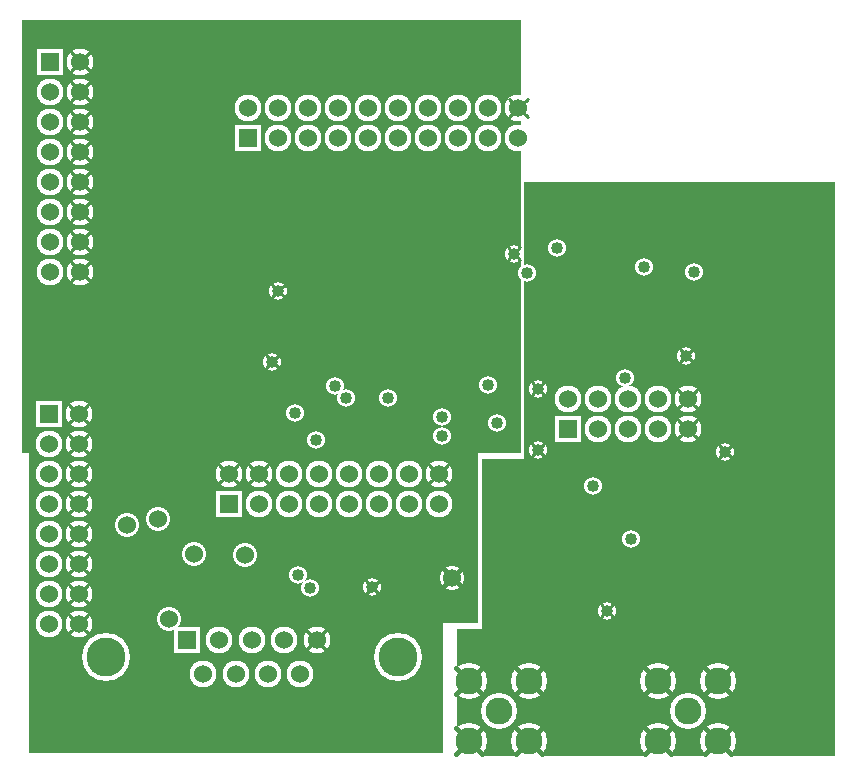
<source format=gbr>
G04 Title: RX Daughterboard, layergroup #3 *
G04 Creator: pcb-bin 1.99p *
G04 CreationDate: Thu Dec 30 23:48:06 2004 UTC *
G04 For: matt *
G04 Format: Gerber/RS-274X *
G04 PCB-Dimensions: 275000 250000 *
G04 PCB-Coordinate-Origin: lower left *
%MOIN*%
%FSLAX24Y24*%
G04 contains layers GND-sldr (1) *
%IPPOS*%
%ADD11C,0.0100*%
%ADD12C,0.0300*%
%ADD13R,0.0600X0.0600*%
%ADD14R,0.0660X0.0660*%
%ADD15R,0.0900X0.0900X0.0600X0.0600*%
%ADD16R,0.0900X0.0900*%
%ADD17C,0.0600*%
%ADD18C,0.0660*%
%ADD19C,0.0900X0.0600*%
%ADD20C,0.0900*%
%ADD21C,0.0125*%
%AMTHERM1*7,0,0,0.0900,0.0600,0.0125,45*%
%ADD22THERM1*%
%ADD23C,0.1300*%
%ADD24C,0.1360*%
%ADD25C,0.1600X0.1300*%
%ADD26C,0.1600*%
%ADD27C,0.0150*%
%ADD28C,0.0250*%
%ADD29C,0.0080*%
%AMTHERM2*7,0,0,0.0900,0.0600,0.0100,45*%
%ADD30THERM2*%
%ADD31C,0.0200*%
%ADD32R,0.0240X0.0240*%
%ADD33R,0.0440X0.0440*%
%ADD34R,0.0300X0.0300*%
%ADD35C,0.0060*%
%ADD36C,0.0160*%
%ADD37C,0.0460*%
%ADD38C,0.0220*%
%ADD39R,0.0160X0.0160*%
%ADD40R,0.0460X0.0460*%
%ADD41R,0.0220X0.0220*%
%ADD42C,0.0500*%
%ADD43R,0.0200X0.0200*%
%ADD44R,0.0500X0.0500*%
%ADD45R,0.0540X0.0540*%
%ADD46R,0.0650X0.0650*%
%ADD47R,0.0950X0.0950*%
%ADD48C,0.1200X0.0900*%
%ADD49C,0.1200*%
%AMTHERM3*7,0,0,0.1200,0.0900,0.0150,45*%
%ADD50THERM3*%
%ADD51C,0.0720*%
%ADD52C,0.0920X0.0720*%
%ADD53C,0.0920*%
%ADD54C,0.0240*%
%ADD55C,0.0340*%
%ADD56C,0.0119*%
%ADD57C,0.1320*%
%ADD58C,0.1100*%
%ADD59C,0.1520*%
%ADD60C,0.1520X0.1320*%
%ADD61C,0.0400*%
%ADD62C,0.0600X0.0400*%
%AMTHERM4*7,0,0,0.0600,0.0400,0.0100,45*%
%ADD63THERM4*%
%ADD64C,0.0800*%
%ADD65C,0.0800X0.0600*%
%AMTHERM5*7,0,0,0.0800,0.0600,0.0160,45*%
%ADD66THERM5*%
%LNGROUP_2*%
%LPD*%
G01X0Y0D02*
G54D11*G36*
X16900Y350D02*X27250D01*
Y19500D01*
X16900D01*
Y350D01*
G37*
G36*
X400Y4800D02*X15350D01*
Y10450D01*
X400D01*
Y4800D01*
G37*
G36*
X14650Y350D02*X15900D01*
Y4600D01*
X14650D01*
Y350D01*
G37*
G36*
X14200Y450D02*X400D01*
Y5200D01*
X14200D01*
Y450D01*
G37*
G36*
X15500Y350D02*X17650D01*
Y10250D01*
X15500D01*
Y350D01*
G37*
G36*
X150Y10450D02*X16800D01*
Y24900D01*
X150D01*
Y10450D01*
G37*
%LNCUTS*%
%LPC*%
G54D17*X22550Y16500D03*
X20900Y16650D03*
X17000Y16450D03*
X18000Y17300D03*
X20450Y7600D03*
X20250Y12950D03*
X19200Y9350D03*
X19650Y5200D03*
X22300Y13700D03*
X23600Y10500D03*
X17350Y12600D03*
Y10550D03*
G54D16*X18350Y11250D03*
G54D20*Y12250D03*
X19350Y11250D03*
Y12250D03*
X20350Y11250D03*
Y12250D03*
X21350Y11250D03*
Y12250D03*
X22350Y11250D03*
Y12250D03*
G54D49*X17050Y850D03*
Y2850D03*
X21350D03*
Y850D03*
X23350D03*
X22350Y1850D03*
X23350Y2850D03*
G54D64*X7600Y7050D03*
X5060Y4910D03*
X5900Y7100D03*
X14500Y6300D03*
G54D17*X11828Y5970D03*
X9750Y5950D03*
X9350Y6400D03*
G54D64*X3650Y8050D03*
X4700Y8250D03*
G54D20*X13050Y9750D03*
X14050D03*
X7050D03*
X8050D03*
X9050D03*
X10050D03*
X11050D03*
X12050D03*
X1050Y10750D03*
X2050D03*
X1050Y9750D03*
X2050D03*
X1050Y8750D03*
X2050D03*
X1050Y7750D03*
X2050D03*
X1050Y6750D03*
X2050D03*
X1050Y5750D03*
X2050D03*
X1050Y4750D03*
X2050D03*
G54D16*X7050Y8750D03*
G54D20*X8050D03*
X9050D03*
X10050D03*
X11050D03*
X12050D03*
X13050D03*
X14050D03*
G54D49*X16050Y1850D03*
X15050Y2850D03*
Y850D03*
G54D64*X5060Y4910D03*
G54D26*X2950Y3650D03*
X12670D03*
G54D20*X1050Y4750D03*
X2050D03*
G54D16*X5650Y4210D03*
G54D20*X6730D03*
X6190Y3090D03*
X7270D03*
X7810Y4210D03*
X8890D03*
X9970D03*
X8350Y3090D03*
X9430D03*
G54D49*X16050Y1850D03*
X15050Y2850D03*
X17050Y850D03*
Y2850D03*
X15050Y850D03*
G54D17*X10600Y12700D03*
X15679Y12730D03*
X12350Y12300D03*
X10950D03*
X14149Y11009D03*
X15990Y11460D03*
X9950Y10900D03*
X14149Y11660D03*
X9250Y11800D03*
X8700Y15850D03*
X8500Y13500D03*
X17000Y16450D03*
X16550Y17100D03*
G54D16*X1100Y23500D03*
G54D20*X2100D03*
X1100Y22500D03*
X2100D03*
X1100Y21500D03*
X2100D03*
Y20500D03*
Y19500D03*
Y18500D03*
Y17500D03*
Y16500D03*
X1100Y20500D03*
Y19500D03*
Y18500D03*
Y17500D03*
Y16500D03*
G54D16*X1050Y11750D03*
G54D20*X2050D03*
X1050Y10750D03*
X2050D03*
G54D16*X7700Y20950D03*
G54D20*Y21950D03*
X8700Y20950D03*
Y21950D03*
X9700Y20950D03*
Y21950D03*
X10700Y20950D03*
Y21950D03*
X11700D03*
X12700D03*
X11700Y20950D03*
X12700D03*
X13700D03*
X14700D03*
X15700D03*
X16700D03*
X13700Y21950D03*
X14700D03*
X15700D03*
X16700D03*
%LNTRACKS*%
%LPD*%
G54D13*X5650Y4210D03*
G54D17*X6730D03*
X7810D03*
X8890D03*
X9970D03*
G54D21*X9655Y4525D02*X10285Y3895D01*
X9655D02*X10285Y4525D01*
G54D17*X6190Y3090D03*
X7270D03*
X8350D03*
X9430D03*
G54D23*X2950Y3650D03*
X12670D03*
G54D13*X1100Y23500D03*
G54D17*X2100D03*
G54D11*X1785Y23815D02*X2415Y23185D01*
X1785D02*X2415Y23815D01*
G54D17*X1100Y22500D03*
X2100D03*
G54D11*X1785Y22815D02*X2415Y22185D01*
X1785D02*X2415Y22815D01*
G54D17*X1100Y21500D03*
X2100D03*
G54D11*X1785Y21815D02*X2415Y21185D01*
X1785D02*X2415Y21815D01*
G54D17*X1100Y20500D03*
X2100D03*
G54D11*X1785Y20815D02*X2415Y20185D01*
X1785D02*X2415Y20815D01*
G54D17*X1100Y19500D03*
X2100D03*
G54D11*X1785Y19815D02*X2415Y19185D01*
X1785D02*X2415Y19815D01*
G54D17*X1100Y18500D03*
X2100D03*
G54D11*X1785Y18815D02*X2415Y18185D01*
X1785D02*X2415Y18815D01*
G54D17*X1100Y17500D03*
X2100D03*
G54D11*X1785Y17815D02*X2415Y17185D01*
X1785D02*X2415Y17815D01*
G54D17*X1100Y16500D03*
X2100D03*
G54D11*X1785Y16815D02*X2415Y16185D01*
X1785D02*X2415Y16815D01*
G54D13*X1050Y11750D03*
G54D17*X2050D03*
G54D11*X1735Y12065D02*X2365Y11435D01*
X1735D02*X2365Y12065D01*
G54D17*X1050Y10750D03*
X2050D03*
G54D11*X1735Y11065D02*X2365Y10435D01*
X1735D02*X2365Y11065D01*
G54D17*X1050Y9750D03*
X2050D03*
G54D11*X1735Y10065D02*X2365Y9435D01*
X1735D02*X2365Y10065D01*
G54D17*X1050Y8750D03*
X2050D03*
G54D11*X1735Y9065D02*X2365Y8435D01*
X1735D02*X2365Y9065D01*
G54D17*X1050Y7750D03*
X2050D03*
G54D11*X1735Y8065D02*X2365Y7435D01*
X1735D02*X2365Y8065D01*
G54D17*X1050Y6750D03*
X2050D03*
G54D11*X1735Y7065D02*X2365Y6435D01*
X1735D02*X2365Y7065D01*
G54D17*X1050Y5750D03*
X2050D03*
G54D11*X1735Y6065D02*X2365Y5435D01*
X1735D02*X2365Y6065D01*
G54D17*X1050Y4750D03*
X2050D03*
G54D11*X1735Y5065D02*X2365Y4435D01*
X1735D02*X2365Y5065D01*
G54D13*X7050Y8750D03*
G54D17*Y9750D03*
G54D11*X6735Y10065D02*X7365Y9435D01*
X6735D02*X7365Y10065D01*
G54D17*X8050Y8750D03*
Y9750D03*
G54D11*X7735Y10065D02*X8365Y9435D01*
X7735D02*X8365Y10065D01*
G54D17*X9050Y8750D03*
Y9750D03*
X10050Y8750D03*
Y9750D03*
X11050Y8750D03*
Y9750D03*
X12050Y8750D03*
Y9750D03*
X13050Y8750D03*
Y9750D03*
X14050Y8750D03*
Y9750D03*
G54D11*X13735Y10065D02*X14365Y9435D01*
X13735D02*X14365Y10065D01*
G54D20*X22350Y1850D03*
X21350Y2850D03*
G54D27*X20930Y3270D02*X21770Y2430D01*
X20930D02*X21770Y3270D01*
G54D20*X23350Y2850D03*
G54D27*X22930Y3270D02*X23770Y2430D01*
X22930D02*X23770Y3270D01*
G54D20*X21350Y850D03*
G54D27*X20930Y1270D02*X21770Y430D01*
X20930D02*X21770Y1270D01*
G54D20*X23350Y850D03*
G54D27*X22930Y1270D02*X23770Y430D01*
X22930D02*X23770Y1270D01*
G54D20*X16050Y1850D03*
X15050Y2850D03*
G54D27*X14630Y3270D02*X15470Y2430D01*
X14630D02*X15470Y3270D01*
G54D20*X17050Y2850D03*
G54D27*X16630Y3270D02*X17470Y2430D01*
X16630D02*X17470Y3270D01*
G54D20*X15050Y850D03*
G54D27*X14630Y1270D02*X15470Y430D01*
X14630D02*X15470Y1270D01*
G54D20*X17050Y850D03*
G54D27*X16630Y1270D02*X17470Y430D01*
X16630D02*X17470Y1270D01*
G54D13*X18350Y11250D03*
G54D17*Y12250D03*
X19350Y11250D03*
Y12250D03*
X20350Y11250D03*
Y12250D03*
X21350Y11250D03*
Y12250D03*
X22350Y11250D03*
G54D11*X22035Y11565D02*X22665Y10935D01*
X22035D02*X22665Y11565D01*
G54D17*X22350Y12250D03*
G54D11*X22035Y12565D02*X22665Y11935D01*
X22035D02*X22665Y12565D01*
G54D13*X7700Y20950D03*
G54D17*Y21950D03*
X8700Y20950D03*
Y21950D03*
X9700Y20950D03*
Y21950D03*
X10700Y20950D03*
Y21950D03*
X11700Y20950D03*
Y21950D03*
X12700Y20950D03*
Y21950D03*
X13700Y20950D03*
Y21950D03*
X14700Y20950D03*
Y21950D03*
X15700Y20950D03*
Y21950D03*
X16700Y20950D03*
Y21950D03*
G54D11*X16385Y22265D02*X17015Y21635D01*
X16385D02*X17015Y22265D01*
G54D61*X9250Y11800D03*
X22550Y16500D03*
X20900Y16650D03*
X17000Y16450D03*
X18000Y17300D03*
X20450Y7600D03*
X20250Y12950D03*
X10600Y12700D03*
X14149Y11009D03*
X16550Y17100D03*
G54D11*X16340Y17310D02*X16760Y16890D01*
X16340D02*X16760Y17310D01*
G54D61*X15679Y12730D03*
X15990Y11460D03*
X12350Y12300D03*
X9950Y10900D03*
X10950Y12300D03*
X19200Y9350D03*
X14149Y11660D03*
G54D17*X7600Y7050D03*
G54D61*X11828Y5970D03*
G54D11*X11618Y6180D02*X12038Y5760D01*
X11618D02*X12038Y6180D01*
G54D61*X8700Y15850D03*
G54D11*X8490Y16060D02*X8910Y15640D01*
X8490D02*X8910Y16060D01*
G54D61*X8500Y13500D03*
G54D11*X8290Y13710D02*X8710Y13290D01*
X8290D02*X8710Y13710D01*
G54D61*X19650Y5200D03*
G54D11*X19440Y5410D02*X19860Y4990D01*
X19440D02*X19860Y5410D01*
G54D61*X22300Y13700D03*
G54D11*X22090Y13910D02*X22510Y13490D01*
X22090D02*X22510Y13910D01*
G54D61*X17350Y12600D03*
G54D11*X17140Y12810D02*X17560Y12390D01*
X17140D02*X17560Y12810D01*
G54D61*X23600Y10500D03*
G54D11*X23390Y10710D02*X23810Y10290D01*
X23390D02*X23810Y10710D01*
G54D61*X17350Y10550D03*
G54D11*X17140Y10760D02*X17560Y10340D01*
X17140D02*X17560Y10760D01*
G54D17*X14500Y6300D03*
G54D36*X14220Y6580D02*X14780Y6020D01*
X14220D02*X14780Y6580D01*
G54D17*X5060Y4910D03*
X3650Y8050D03*
X4700Y8250D03*
X5900Y7100D03*
G54D61*X9350Y6400D03*
X9750Y5950D03*
M02*

</source>
